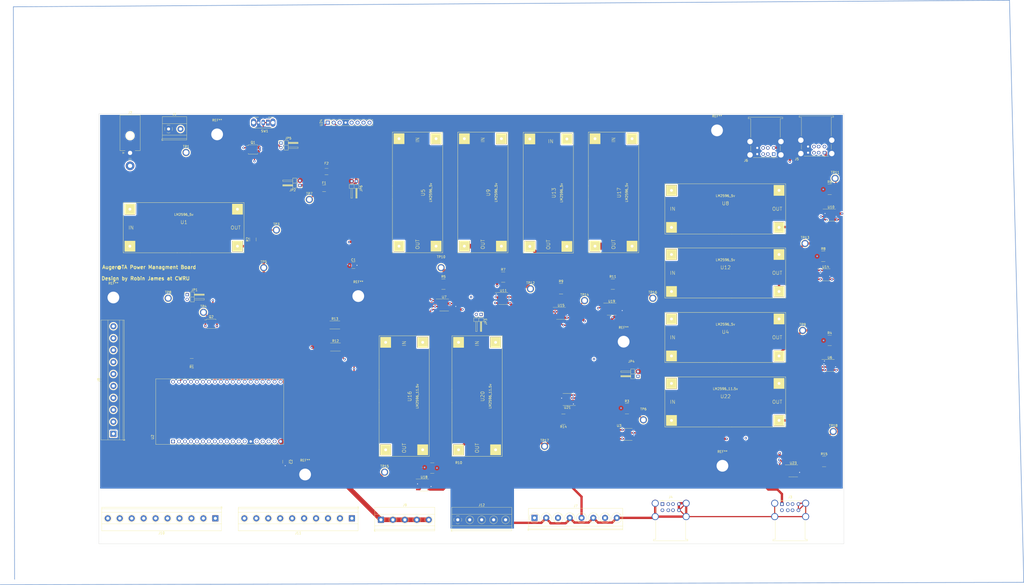
<source format=kicad_pcb>
(kicad_pcb (version 20211014) (generator pcbnew)
  (layers (0 "F.Cu" signal) (1 "In1.Cu" signal) (2 "In2.Cu" signal) (31 "B.Cu" signal) (34 "B.Paste" user) (35 "F.Paste" user) (36 "B.SilkS" user "B.Silkscreen") (37 "F.SilkS" user "F.Silkscreen") (38 "B.Mask" user) (39 "F.Mask" user) (44 "Edge.Cuts" user))
  (net 0 "")
  (net 1 "/power_conversion/pi 5v")
  (net 2 "-BATT")
  (net 3 "Net-(J9-Pad1)")
  (net 4 "Net-(F1-Pad1)")
  (net 5 "Net-(F1-Pad2)")
  (net 6 "/power_conversion/battery+")
  (net 7 "+BATT")
  (net 8 "/power_conversion/N4")
  (net 11 "/power_conversion/N3")
  (net 14 "/power_conversion/N1")
  (net 17 "/power_conversion/N2")
  (net 20 "/power_conversion/netpw")
  (net 23 "/power_conversion/pi3")
  (net 26 "/power_conversion/pi2")
  (net 29 "/power_conversion/pi1")
  (net 33 "/power_conversion/routerp")
  (net 34 "/power_conversion/spare1")
  (net 35 "/power_conversion/spare2")
  (net 36 "Net-(J8-Pad1)")
  (net 37 "Net-(J8-Pad2)")
  (net 38 "Net-(J8-Pad3)")
  (net 39 "Net-(J8-Pad4)")
  (net 40 "Net-(J8-Pad5)")
  (net 41 "Net-(J8-Pad6)")
  (net 42 "Net-(J8-Pad7)")
  (net 43 "Net-(J8-Pad8)")
  (net 44 "Net-(J8-Pad9)")
  (net 45 "Net-(J8-Pad10)")
  (net 46 "Net-(J10-Pad1)")
  (net 47 "Net-(J10-Pad2)")
  (net 48 "Net-(J10-Pad3)")
  (net 49 "Net-(J10-Pad4)")
  (net 50 "Net-(J10-Pad5)")
  (net 51 "Net-(J10-Pad6)")
  (net 52 "Net-(J10-Pad7)")
  (net 53 "Net-(J10-Pad8)")
  (net 54 "Net-(J10-Pad9)")
  (net 55 "Net-(J11-Pad1)")
  (net 56 "Net-(J11-Pad2)")
  (net 57 "Net-(J11-Pad3)")
  (net 58 "Net-(J11-Pad4)")
  (net 59 "Net-(J11-Pad5)")
  (net 60 "Net-(J11-Pad6)")
  (net 61 "Net-(J11-Pad7)")
  (net 62 "Net-(J11-Pad8)")
  (net 63 "Net-(J11-Pad9)")
  (net 64 "Net-(J11-Pad10)")
  (net 65 "Net-(JP1-Pad1)")
  (net 66 "Net-(JP3-Pad1)")
  (net 67 "Net-(JP4-Pad1)")
  (net 68 "Net-(Q1-Pad2)")
  (net 69 "Net-(Q2-Pad2)")
  (net 70 "Net-(R4-Pad2)")
  (net 71 "Net-(R5-Pad2)")
  (net 72 "Net-(R6-Pad2)")
  (net 73 "Net-(R7-Pad2)")
  (net 74 "Net-(R8-Pad2)")
  (net 75 "Net-(R9-Pad2)")
  (net 76 "Net-(R10-Pad2)")
  (net 77 "Net-(R11-Pad2)")
  (net 78 "/power_conversion/SCL")
  (net 79 "/power_conversion/SDA")
  (net 80 "Net-(R14-Pad2)")
  (net 81 "Net-(R15-Pad2)")
  (footprint "Package_SO:SOIC-8_3.9x4.9mm_P1.27mm" (layer "F.Cu") (at 389.472 306.03)
    (fp_text reference "U14")
    (fp_text value "INA219AxD")
  )
  (footprint "TerminalBlock_Phoenix:TerminalBlock_Phoenix_MKDS-1,5-10-5.08_1x10_P5.08mm_Horizontal" (layer "F.Cu") (at 130.048 409.651 180)
    (fp_text reference "J10")
    (fp_text value "Screw_Terminal_01x10")
  )
  (footprint "TestPoint:TestPoint_Plated_Hole_D2.0mm" (layer "F.Cu") (at 312 367.75)
    (fp_text reference "TP6")
    (fp_text value "TestPoint")
  )
  (footprint "Connector_PinHeader_2.00mm:PinHeader_1x02_P2.00mm_Horizontal" (layer "F.Cu") (at 157.936 249.952)
    (fp_text reference "JP5")
    (fp_text value "Jumper_2_Open")
  )
  (footprint "Connector_Molex:Molex_Mega-Fit_76825-0002_2x01_P5.70mm_Horizontal" (layer "F.Cu") (at 93.8 254.175)
    (fp_text reference "J2")
    (fp_text value "76825-0002")
  )
  (footprint "lm2596:DC_DC_LM2596_small" (layer "F.Cu") (at 346.8 278)
    (fp_text reference "U8")
    (fp_text value "LM2596_5v")
  )
  (footprint "TerminalBlock_Phoenix:TerminalBlock_Phoenix_MKDS-1,5-5-5.08_1x05_P5.08mm_Horizontal" (layer "F.Cu") (at 200.439 410.261)
    (fp_text reference "J9")
    (fp_text value "5v block")
  )
  (footprint "Resistor_SMD:R_2816_7142Metric_Pad3.20x4.45mm_HandSolder" (layer "F.Cu") (at 388.808 385.456)
    (fp_text reference "R15")
    (fp_text value "0.1")
  )
  (footprint "TestPoint:TestPoint_Plated_Hole_D2.0mm" (layer "F.Cu") (at 379.708 329.706)
    (fp_text reference "TP9")
    (fp_text value "TestPoint")
  )
  (footprint "Resistor_SMD:R_2816_7142Metric_Pad3.20x4.45mm_HandSolder" (layer "F.Cu") (at 305 363)
    (fp_text reference "R3")
    (fp_text value "0.1")
  )
  (footprint "Package_SO:SOIC-8_3.9x4.9mm_P1.27mm" (layer "F.Cu") (at 305.314 373.922)
    (fp_text reference "U3")
    (fp_text value "INA219AxD")
  )
  (footprint "lm2596:DC_DC_LM2596_small" (layer "F.Cu") (at 243.770666 271 -90)
    (fp_text reference "U9")
    (fp_text value "LM2596_5v")
  )
  (footprint "TestPoint:TestPoint_Plated_Hole_D2.0mm" (layer "F.Cu") (at 264 312)
    (fp_text reference "TP12")
    (fp_text value "TestPoint")
  )
  (footprint "lm2596:DC_DC_LM2596_small" (layer "F.Cu") (at 346.8 305.268)
    (fp_text reference "U12")
    (fp_text value "LM2596_5v")
  )
  (footprint "Resistor_SMD:R_2816_7142Metric_Pad3.20x4.45mm_HandSolder" (layer "F.Cu") (at 252.4 307)
    (fp_text reference "R7")
    (fp_text value "0.1")
  )
  (footprint "Capacitor_SMD:C_1210_3225Metric_Pad1.33x2.70mm_HandSolder" (layer "F.Cu") (at 188.722 302.006)
    (fp_text reference "C1")
    (fp_text value "0.1uF")
  )
  (footprint "Resistor_SMD:R_1210_3225Metric_Pad1.30x2.65mm_HandSolder" (layer "F.Cu") (at 120 343 180)
    (fp_text reference "R1")
    (fp_text value "10k")
  )
  (footprint "lm2596:DC_DC_LM2596_small" (layer "F.Cu") (at 346.8 332.7)
    (fp_text reference "U4")
    (fp_text value "LM2596_5v")
  )
  (footprint "TestPoint:TestPoint_Plated_Hole_D2.0mm" (layer "F.Cu") (at 170 274)
    (fp_text reference "TP7")
    (fp_text value "TestPoint")
  )
  (footprint "TestPoint:TestPoint_Plated_Hole_D2.0mm" (layer "F.Cu") (at 156 287)
    (fp_text reference "TP3")
    (fp_text value "TestPoint")
  )
  (footprint "Resistor_SMD:R_2816_7142Metric_Pad3.20x4.45mm_HandSolder" (layer "F.Cu") (at 227 310)
    (fp_text reference "R5")
    (fp_text value "0.1")
  )
  (footprint "TestPoint:TestPoint_Plated_Hole_D2.0mm" (layer "F.Cu") (at 150.622 303.022)
    (fp_text reference "TP5")
    (fp_text value "TestPoint")
  )
  (footprint "Resistor_SMD:R_1210_3225Metric_Pad1.30x2.65mm_HandSolder" (layer "F.Cu") (at 146 291 90)
    (fp_text reference "R2")
    (fp_text value "10k")
  )
  (footprint "lm2596:DC_DC_LM2596_small" (layer "F.Cu") (at 216 271 -90)
    (fp_text reference "U5")
    (fp_text value "LM2596_5v")
  )
  (footprint "MountingHole:MountingHole_5mm_Pad" (layer "F.Cu") (at 130.8 246.3)
    (fp_text reference "REF**")
    (fp_text value "MountingHole_5mm_Pad")
  )
  (footprint "TestPoint:TestPoint_Plated_Hole_D2.0mm" (layer "F.Cu") (at 316 316)
    (fp_text reference "TP16")
    (fp_text value "TestPoint")
  )
  (footprint "Resistor_SMD:R_2816_7142Metric_Pad3.20x4.45mm_HandSolder" (layer "F.Cu") (at 391.19 269.708)
    (fp_text reference "R6")
    (fp_text value "0.1")
  )
  (footprint "lm2596:DC_DC_LM2596_small" (layer "F.Cu") (at 241.3 357.632 -90)
    (fp_text reference "U20")
    (fp_text value "LM2596_11.5v")
  )
  (footprint "Package_SO:SOIC-8_3.9x4.9mm_P1.27mm" (layer "F.Cu") (at 391.758 280.63)
    (fp_text reference "U10")
    (fp_text value "INA219AxD")
  )
  (footprint "Connector_PinHeader_2.00mm:PinHeader_1x02_P2.00mm_Horizontal" (layer "F.Cu") (at 190 266.208 -90)
    (fp_text reference "JP6")
    (fp_text value "Jumper_2_Open")
  )
  (footprint "TestPoint:TestPoint_Plated_Hole_D2.0mm" (layer "F.Cu") (at 202 390)
    (fp_text reference "TP15")
    (fp_text value "TestPoint")
  )
  (footprint "TestPoint:TestPoint_Plated_Hole_D2.0mm" (layer "F.Cu") (at 117.602 254)
    (fp_text reference "TP1")
    (fp_text value "TestPoint")
  )
  (footprint "lm2596:DC_DC_LM2596_small" (layer "F.Cu") (at 271.6 271.1 -90)
    (fp_text reference "U13")
    (fp_text value "LM2596_5v")
  )
  (footprint "Package_SO:SOIC-8_3.9x4.9mm_P1.27mm" (layer "F.Cu") (at 277 322.414)
    (fp_text reference "U15")
    (fp_text value "INA219AxD")
  )
  (footprint "TerminalBlock_Phoenix:TerminalBlock_Phoenix_MKDS-1,5-10-5.08_1x10_P5.08mm_Horizontal" (layer "F.Cu") (at 86.705 373.66 90)
    (fp_text reference "J8")
    (fp_text value "Screw_Terminal_01x10")
  )
  (footprint "Package_SO:SOIC-8_3.9x4.9mm_P1.27mm" (layer "F.Cu") (at 227.314 318.89)
    (fp_text reference "U7")
    (fp_text value "INA219AxD")
  )
  (footprint "TerminalBlock_Phoenix:TerminalBlock_Phoenix_MKDS-1,5-2-5.08_1x02_P5.08mm_Horizontal" (layer "F.Cu") (at 110.155 244.005)
    (fp_text reference "J1")
    (fp_text value "Screw_Terminal_01x02")
  )
  (footprint "TestPoint:TestPoint_Plated_Hole_D2.0mm" (layer "F.Cu") (at 270 379)
    (fp_text reference "TP17")
    (fp_text value "TestPoint")
  )
  (footprint "Resistor_SMD:R_2816_7142Metric_Pad3.20x4.45mm_HandSolder" (layer "F.Cu") (at 391.19 333.97)
    (fp_text reference "R4")
    (fp_text value "0.1")
  )
  (footprint "TestPoint:TestPoint_Plated_Hole_D2.0mm" (layer "F.Cu") (at 380.708 292.706)
    (fp_text reference "TP13")
    (fp_text value "TestPoint")
  )
  (footprint "Package_DirectFET:DirectFET_ST" (layer "F.Cu") (at 128.27 326.898)
    (fp_text reference "Q2")
    (fp_text value "IRF6623")
  )
  (footprint "MountingHole:MountingHole_5mm_Pad" (layer "F.Cu") (at 190.8 315.1)
    (fp_text reference "REF**")
    (fp_text value "MountingHole_5mm_Pad")
  )
  (footprint "Resistor_SMD:R_2816_7142Metric_Pad3.20x4.45mm_HandSolder" (layer "F.Cu") (at 222.25 388.25 180)
    (fp_text reference "R10")
    (fp_text value "0.1")
  )
  (footprint "Capacitor_SMD:C_1210_3225Metric_Pad1.33x2.70mm_HandSolder" (layer "F.Cu") (at 160 385.5625 -90)
    (fp_text reference "C2")
    (fp_text value "0.1")
  )
  (footprint "Connector_USB:USB_A_Wuerth_61400826021_Horizontal_Stacked" (layer "F.Cu") (at 367.4 254.68 180)
    (fp_text reference "J6")
    (fp_text value "USB_A_Stacked")
  )
  (footprint "Connector_PinHeader_2.00mm:PinHeader_1x02_P2.00mm_Horizontal" (layer "F.Cu") (at 243 322.9 -90)
    (fp_text reference "JP3")
    (fp_text value "Jumper_2_Open")
  )
  (footprint "lm2596:DC_DC_LM2596_small" (layer "F.Cu") (at 299.312 271 -90)
    (fp_text reference "U17")
    (fp_text value "LM2596_5v")
  )
  (footprint "Package_SO:SOIC-8_3.9x4.9mm_P1.27mm" (layer "F.Cu") (at 218.75 395.5)
    (fp_text reference "U18")
    (fp_text value "INA219AxD")
  )
  (footprint "Resistor_SMD:R_2512_6332Metric_Pad1.40x3.35mm_HandSolder" (layer "F.Cu") (at 180.846 327.406)
    (fp_text reference "R13")
    (fp_text value "3.3K")
  )
  (footprint "MountingHole:MountingHole_5mm_Pad" (layer "F.Cu") (at 168.2 391)
    (fp_text reference "REF**")
    (fp_text value "MountingHole_5mm_Pad")
  )
  (footprint "Connector_USB:USB_A_Wuerth_61400826021_Horizontal_Stacked" (layer "F.Cu") (at 370.896 403.584)
    (fp_text reference "J3")
    (fp_text value "USB_A_Stacked")
  )
  (footprint "Resistor_SMD:R_2816_7142Metric_Pad3.20x4.45mm_HandSolder" (layer "F.Cu") (at 388.456 298.156)
    (fp_text reference "R8")
    (fp_text value "0.1")
  )
  (footprint "Package_SO:SOIC-8_3.9x4.9mm_P1.27mm" (layer "F.Cu") (at 298.492 320.668)
    (fp_text reference "U19")
    (fp_text value "INA219AxD")
  )
  (footprint "Resistor_SMD:R_2816_7142Metric_Pad3.20x4.45mm_HandSolder" (layer "F.Cu") (at 278 367.5 180)
    (fp_text reference "R14")
    (fp_text value "0.1")
  )
  (footprint "Package_SO:SOIC-8_3.9x4.9mm_P1.27mm" (layer "F.Cu") (at 391.25 344.638)
    (fp_text reference "U6")
    (fp_text value "INA219AxD")
  )
  (footprint "Connector_USB:USB_A_Wuerth_61400826021_Horizontal_Stacked" (layer "F.Cu") (at 389 254.098 180)
    (fp_text reference "J5")
    (fp_text value "USB_A_Stacked")
  )
  (footprint "Button_Switch_THT:SW_CuK_OS102011MA1QN1_SPDT_Angled" (layer "F.Cu") (at 152.4 241.3 180)
    (fp_text reference "SW1")
    (fp_text value "SW_SPDT")
  )
  (footprint "TestPoint:TestPoint_Plated_Hole_D2.0mm" (layer "F.Cu") (at 392.708 372.706)
    (fp_text reference "TP18")
    (fp_text value "TestPoint")
  )
  (footprint "Connector_PinHeader_2.00mm:PinHeader_1x02_P2.00mm_Horizontal" (layer "F.Cu") (at 309.7 349.2 180)
    (fp_text reference "JP4")
    (fp_text value "Jumper_2_Open")
  )
  (footprint "Resistor_SMD:R_2512_6332Metric_Pad1.40x3.35mm_HandSolder" (layer "F.Cu") (at 181.102 336.804)
    (fp_text reference "R12")
    (fp_text value "3.3K")
  )
  (footprint "Package_SO:SOIC-8_3.9x4.9mm_P1.27mm" (layer "F.Cu") (at 252.46 316.144)
    (fp_text reference "U11")
    (fp_text value "INA219AxD")
  )
  (footprint "MountingHole:MountingHole_5mm_Pad" (layer "F.Cu") (at 345.6 387.3)
    (fp_text reference "REF**")
    (fp_text value "MountingHole_5mm_Pad")
  )
  (footprint "Connector_PinSocket_2.54mm:PinSocket_1x08_P2.54mm_Vertical" (layer "F.Cu") (at 177.8 241.3 90)
    (fp_text reference "U24")
    (fp_text value "MCP9808_MSOP")
  )
  (footprint "TerminalBlock_Phoenix:TerminalBlock_Phoenix_MKDS-1,5-5-5.08_1x05_P5.08mm_Horizontal" (layer "F.Cu") (at 233.0945 410.261)
    (fp_text reference "J12")
    (fp_text value "gnd block")
  )
  (footprint "Resistor_SMD:R_1210_3225Metric_Pad1.30x2.65mm_HandSolder" (layer "F.Cu") (at 176.276 269.24)
    (fp_text reference "F1")
    (fp_text value "1210L900SLPR")
  )
  (footprint "MountingHole:MountingHole_5mm_Pad" (layer "F.Cu") (at 343.3 244.6)
    (fp_text reference "REF**")
    (fp_text value "MountingHole_5mm_Pad")
  )
  (footprint "libary:MODULE_ESP32-DEVKITC-32D" (layer "F.Cu") (at 131.826 364.236 90)
    (fp_text reference "U2")
    (fp_text value "ESP32-DEVKITC-32D")
  )
  (footprint "Resistor_SMD:R_2816_7142Metric_Pad3.20x4.45mm_HandSolder" (layer "F.Cu") (at 277 312)
    (fp_text reference "R9")
    (fp_text value "0.1")
  )
  (footprint "MountingHole:MountingHole_5mm_Pad" (layer "F.Cu") (at 303.6 334.5)
    (fp_text reference "REF**")
    (fp_text value "MountingHole_5mm_Pad")
  )
  (footprint "Package_DirectFET:DirectFET_ST" (layer "F.Cu") (at 146.05 252.73)
    (fp_text reference "Q1")
    (fp_text value "IRF6623")
  )
  (footprint "Resistor_SMD:R_1210_3225Metric_Pad1.30x2.65mm_HandSolder" (layer "F.Cu") (at 177.292 262.128)
    (fp_text reference "F2")
    (fp_text value "1210L900SLPR")
  )
  (footprint "Connector_PinHeader_2.00mm:PinHeader_1x02_P2.00mm_Horizontal" (layer "F.Cu") (at 166 268 180)
    (fp_text reference "JP2")
    (fp_text value "Jumper_2_Open")
  )
  (footprint "Package_SO:SOIC-8_3.9x4.9mm_P1.27mm" (layer "F.Cu") (at 279.718 359.118 180)
    (fp_text reference "U21")
    (fp_text value "INA219AxD")
  )
  (footprint "lm2596:DC_DC_LM2596_small" (layer "F.Cu") (at 346.8 360.132)
    (fp_text reference "U22")
    (fp_text value "LM2596_11.5v")
  )
  (footprint "MountingHole:MountingHole_5mm_Pad" (layer "F.Cu") (at 86.7 315.7)
    (fp_text reference "REF**")
    (fp_text value "MountingHole_5mm_Pad")
  )
  (footprint "TestPoint:TestPoint_Plated_Hole_D2.0mm" (layer "F.Cu") (at 226 303)
    (fp_text reference "TP10")
    (fp_text value "TestPoint")
  )
  (footprint "Connector_USB:USB_A_Wuerth_61400826021_Horizontal_Stacked" (layer "F.Cu") (at 320.096 403.584)
    (fp_text reference "J4")
    (fp_text value "USB_A_Stacked")
  )
  (footprint "Resistor_SMD:R_2816_7142Metric_Pad3.20x4.45mm_HandSolder" (layer "F.Cu") (at 299 310)
    (fp_text reference "R11")
    (fp_text value "0.1")
  )
  (footprint "TerminalBlock_Phoenix:TerminalBlock_Phoenix_MKDS-1,5-10-5.08_1x10_P5.08mm_Horizontal" (layer "F.Cu") (at 188.1035 409.651 180)
    (fp_text reference "J11")
    (fp_text value "Screw_Terminal_01x10")
  )
  (footprint "lm2596:DC_DC_LM2596_small" (layer "F.Cu") (at 210.312 357.632 -90)
    (fp_text reference "U16")
    (fp_text value "LM2596_11.5v")
  )
  (footprint "TestPoint:TestPoint_Plated_Hole_D2.0mm" (layer "F.Cu") (at 110 316)
    (fp_text reference "TP8")
    (fp_text value "TestPoint")
  )
  (footprint "Connector_PinHeader_2.00mm:PinHeader_1x02_P2.00mm_Horizontal" (layer "F.Cu") (at 118.058 314.468)
    (fp_text reference "JP1")
    (fp_text value "Jumper_2_Open")
  )
  (footprint "lm2596:DC_DC_LM2596_small" (layer "F.Cu") (at 116.586 286.004)
    (fp_text reference "U1")
    (fp_text value "LM2596_5v")
  )
  (footprint "TestPoint:TestPoint_Plated_Hole_D2.0mm" (layer "F.Cu") (at 287 317)
    (fp_text reference "TP14")
    (fp_text value "TestPoint")
  )
  (footprint "TestPoint:TestPoint_Plated_Hole_D2.0mm" (layer "F.Cu") (at 125 322)
    (fp_text reference "TP4")
    (fp_text value "TestPoint")
  )
  (footprint "TestPoint:TestPoint_Plated_Hole_D2.0mm" (layer "F.Cu") (at 393.5 265)
    (fp_text reference "TP11")
    (fp_text value "TestPoint")
  )
  (footprint "TerminalBlock_Phoenix:TerminalBlock_Phoenix_PT-1,5-8-5.0-H_1x08_P5.00mm_Horizontal" (layer "F.Cu") (at 265.71 409.456)
    (fp_text reference "J7")
    (fp_text value "Screw_Terminal_01x08")
  )
  (footprint "Package_SO:SOIC-8_3.9x4.9mm_P1.27mm" (layer "F.Cu") (at 375.7 389.5)
    (fp_text reference "U23")
    (fp_text value "INA219AxD")
  )
  (gr_line (start 473.71 436.88) (end 467.614 189.23) (layer "B.Cu") (width 0.2))
  (gr_line (start 467.614 189.23) (end 44.196 192.024) (layer "B.Cu") (width 0.2))
  (gr_line (start 44.196 192.024) (end 44.704 435.61) (layer "B.Cu") (width 0.2))
  (gr_line (start 38.608 437.896) (end 473.71 436.88) (layer "B.Cu") (width 0.2))
  (gr_rect (start 80.55 420.5) (end 397.25 237.5) (layer "Edge.Cuts") (width 0.1) (fill none))
  (gr_text "Design by Robin James at CWRU\n" (at 100.4 307.6) (layer "F.SilkS") (effects (font (size 1.5 1.5) (thickness 0.3))))
  (gr_text "Auger@TA Power Managment Board" (at 101.9 302.8) (layer "F.SilkS") (effects (font (size 1.5 1.5) (thickness 0.3))))
  (segment (start 177.796 327.406) (end 177.796 336.548) (width 1.5) (layer "F.Cu") (net 1))
  (segment (start 302.839 373.287) (end 303.745402 373.287) (width 0.5) (layer "F.Cu") (net 1))
  (segment (start 392.55848 280.80648) (end 392.55848 281.766882) (width 1) (layer "F.Cu") (net 1))
  (segment (start 370.789402 383.297) (end 373.329402 385.837) (width 1) (layer "F.Cu") (net 1))
  (segment (start 373.225 388.865) (end 374.728598 388.865) (width 1) (layer "F.Cu") (net 1))
  (segment (start 177.796 327.406) (end 177.796 311.3695) (width 1.5) (layer "F.Cu") (net 1))
  (segment (start 298.5 378) (end 305.616 378) (width 1) (layer "F.Cu") (net 1))
  (segment (start 215.497974 318.255) (end 189.242974 292) (width 1) (layer "F.Cu") (net 1))
  (segment (start 224.839 318.255) (end 226.665 318.255) (width 1) (layer "F.Cu") (net 1))
  (segment (start 369.883 383.297) (end 370.789402 383.297) (width 1) (layer "F.Cu") (net 1))
  (segment (start 226.21 318.46) (end 228.75 321) (width 1) (layer "F.Cu") (net 1))
  (segment (start 274.525 320.509) (end 275.431402 320.509) (width 1) (layer "F.Cu") (net 1))
  (segment (start 277.243 357.213) (end 278.149402 357.213) (width 1) (layer "F.Cu") (net 1))
  (segment (start 229.5 394.75) (end 226.845 397.405) (width 1) (layer "F.Cu") (net 1))
  (segment (start 224.839 318.255) (end 215.497974 318.255) (width 1) (layer "F.Cu") (net 1))
  (segment (start 278.568598 324.319) (end 279.475 324.319) (width 1) (layer "F.Cu") (net 1))
  (segment (start 298.25 365.251598) (end 298.25 377.75) (width 1) (layer "F.Cu") (net 1))
  (segment (start 289.997 359.753) (end 292 361.756) (width 1) (layer "F.Cu") (net 1))
  (segment (start 277.243 357.213) (end 277.243 346.297) (width 1) (layer "F.Cu") (net 1))
  (segment (start 226.845 397.405) (end 221.225 397.405) (width 1) (layer "F.Cu") (net 1))
  (segment (start 177.796 311.3695) (end 187.08275 302.08275) (width 1.5) (layer "F.Cu") (net 1))
  (segment (start 369.883 383.297) (end 369.883 382.031) (width 1) (layer "F.Cu") (net 1))
  (segment (start 171.196 336.804) (end 171 337) (width 0.5) (layer "F.Cu") (net 1))
  (segment (start 282.193 359.753) (end 289.997 359.753) (width 1) (layer "F.Cu") (net 1))
  (segment (start 373.225 387.595) (end 373.225 385.941402) (width 1) (layer "F.Cu") (net 1))
  (segment (start 393.326598 282.535) (end 394.233 282.535) (width 1) (layer "F.Cu") (net 1))
  (segment (start 229.5 364) (end 229.5 394.75) (width 1) (layer "F.Cu") (net 1))
  (segment (start 229.789 320.795) (end 235.095 320.795) (width 1) (layer "F.Cu") (net 1))
  (segment (start 294.754402 361.756) (end 298.25 365.251598) (width 1) (layer "F.Cu") (net 1))
  (segment (start 292 361.756) (end 294.754402 361.756) (width 1) (layer "F.Cu") (net 1))
  (segment (start 236.287 357.213) (end 229.5 364) (width 1) (layer "F.Cu") (net 1))
  (segment (start 257.509 320.509) (end 255.25 318.25) (width 1) (layer "F.Cu") (net 1))
  (segment (start 274.525 320.509) (end 257.509 320.509) (width 1) (layer "F.Cu") (net 1))
  (segment (start 392.55848 281.766882) (end 393.326598 282.535) (width 1) (layer "F.Cu") (net 1))
  (segment (start 390.477 278.725) (end 392.55848 280.80648) (width 1) (layer "F.Cu") (net 1))
  (segment (start 277.80048 322.878078) (end 277.80048 323.550882) (width 1) (layer "F.Cu") (net 1))
  (segment (start 277.243 346.297) (end 300.967 322.573) (width 1) (layer "F.Cu") (net 1))
  (segment (start 187.08275 302.08275) (end 187.1595 302.006) (width 0.5) (layer "F.Cu") (net 1))
  (segment (start 369.883 382.031) (end 369.958 381.956) (width 1) (layer "F.Cu") (net 1))
  (segment (start 275.431402 320.509) (end 277.80048 322.878078) (width 1) (layer "F.Cu") (net 1))
  (segment (start 277.80048 323.550882) (end 278.568598 324.319) (width 1) (layer "F.Cu") (net 1))
  (segment (start 373.225 388.865) (end 373.225 387.595) (width 1) (layer "F.Cu") (net 1))
  (segment (start 278.149402 357.213) (end 280.689402 359.753) (width 1) (layer "F.Cu") (net 1))
  (segment (start 229.205 320.795) (end 229.789 320.795) (width 0.5) (layer "F.Cu") (net 1))
  (segment (start 374.728598 388.865) (end 377.268598 391.405) (width 1) (layer "F.Cu") (net 1))
  (segment (start 373.225 385.941402) (end 373.329402 385.837) (width 1) (layer "F.Cu") (net 1))
  (segment (start 187 292) (end 186.875489 292.124511) (width 0.5) (layer "F.Cu") (net 1))
  (segment (start 277.243 357.213) (end 236.287 357.213) (width 1) (layer "F.Cu") (net 1))
  (segment (start 377.268598 391.405) (end 378.175 391.405) (width 1) (layer "F.Cu") (net 1))
  (segment (start 177.796 336.548) (end 178.052 336.804) (width 0.5) (layer "F.Cu") (net 1))
  (segment (start 280.689402 359.753) (end 282.193 359.753) (width 1) (layer "F.Cu") (net 1))
  (segment (start 303.745402 373.287) (end 305.616 375.157598) (width 0.5) (layer "F.Cu") (net 1))
  (segment (start 305.616 378) (end 307.789 375.827) (width 1) (layer "F.Cu") (net 1))
  (segment (start 298.25 377.75) (end 298.5 378) (width 1) (layer "F.Cu") (net 1))
  (segment (start 389.283 278.725) (end 390.477 278.725) (width 1) (layer "F.Cu") (net 1))
  (segment (start 307.789 375.827) (end 347.373 375.827) (width 1) (layer "F.Cu") (net 1))
  (segment (start 305.616 375.157598) (end 305.616 378) (width 0.5) (layer "F.Cu") (net 1))
  (segment (start 189.242974 292) (end 187 292) (width 1) (layer "F.Cu") (net 1))
  (segment (start 178.052 336.804) (end 171.196 336.804) (width 1.5) (layer "F.Cu") (net 1))
  (via (at 298.9 324.2) (size 1) (drill 0.4) (layers "F.Cu" "B.Cu") (net 1))
  (via (at 171 337) (size 1) (drill 0.4) (layers "F.Cu" "B.Cu") (net 1))
  (via (at 393.958 346.706) (size 1) (drill 0.4) (layers "F.Cu" "B.Cu") (net 1))
  (via (at 355.535 375.533) (size 1) (drill 0.4) (layers "F.Cu" "B.Cu") (net 1))
  (via (at 369.958 381.956) (size 1) (drill 0.4) (layers "F.Cu" "B.Cu") (net 1))
  (via (at 347.373 375.827) (size 1) (drill 0.4) (layers "F.Cu" "B.Cu") (net 1))
  (via (at 186.875489 292.124511) (size 1) (drill 0.4) (layers "F.Cu" "B.Cu") (net 1))
  (via (at 279.475 324.319) (size 1) (drill 0.4) (layers "F.Cu" "B.Cu") (net 1))
  (via (at 394.208 282.706) (size 1) (drill 0.4) (layers "F.Cu" "B.Cu") (net 1))
  (via (at 392.083 308.081) (size 1) (drill 0.4) (layers "F.Cu" "B.Cu") (net 1))
  (via (at 187.08275 302.08275) (size 1) (drill 0.4) (layers "F.Cu" "B.Cu") (net 1))
  (via (at 255.25 318.25) (size 1) (drill 0.4) (layers "F.Cu" "B.Cu") (net 1))
  (via (at 235.095 320.795) (size 1) (drill 0.4) (layers "F.Cu" "B.Cu") (net 1))
  (segment (start 327.096 403.584) (end 327.096 406.204) (width 1) (layer "F.Cu") (net 2))
  (segment (start 303 321.25) (end 301.02 321.25) (width 0.5) (layer "F.Cu") (net 2))
  (segment (start 317.026 408.914) (end 330.166 408.914) (width 1) (layer "F.Cu") (net 2))
  (segment (start 288.710489 411.455511) (end 290.71 409.456) (width 1) (layer "F.Cu") (net 2))
  (segment (start 268.605 411.561) (end 270.71 409.456) (width 1) (layer "F.Cu") (net 2))
  (segment (start 377.896 403.584) (end 377.896 406.204) (width 0.5) (layer "F.Cu") (net 2))
  (segment (start 229.789 319.525) (end 232.25 319.5) (width 1) (layer "F.Cu") (net 2))
  (segment (start 391.656 306.956) (end 391.947 306.665) (width 0.5) (layer "F.Cu") (net 2))
  (segment (start 300.71 409.456) (end 316.484 409.456) (width 1) (layer "F.Cu") (net 2))
  (segment (start 327.096 406.204) (end 327.196 406.204) (width 0.5) (layer "F.Cu") (net 2))
  (segment (start 280.71 409.456) (end 282.709511 411.455511) (width 1) (layer "F.Cu") (net 2))
  (segment (start 272.459511 411.75) (end 278.960489 411.75) (width 1) (layer "F.Cu") (net 2))
  (segment (start 327.196 406.204) (end 330.166 403.234) (width 0.5) (layer "F.Cu") (net 2))
  (segment (start 391.208 306.956) (end 391.656 306.956) (width 0.5) (layer "F.Cu") (net 2))
  (segment (start 330.166 408.914) (end 330.166 403.234) (width 1) (layer "F.Cu") (net 2))
  (segment (start 378.246 403.234) (end 380.966 403.234) (width 0.5) (layer "F.Cu") (net 2))
  (segment (start 279.25 411.5) (end 280.999511 409.750489) (width 1) (layer "F.Cu") (net 2))
  (segment (start 378.246 403.234) (end 377.896 403.584) (width 0.5) (layer "F.Cu") (net 2))
  (segment (start 367.826 408.914) (end 367.826 403.234) (width 0.5) (layer "F.Cu") (net 2))
  (segment (start 290.71 409.456) (end 292.709511 411.455511) (width 1) (layer "F.Cu") (net 2))
  (segment (start 327.446 403.234) (end 327.096 403.584) (width 1) (layer "F.Cu") (net 2))
  (segment (start 316.484 409.456) (end 317.026 408.914) (width 1) (layer "F.Cu") (net 2))
  (segment (start 380.966 408.914) (end 380.966 403.234) (width 0.5) (layer "F.Cu") (net 2))
  (segment (start 317.026 408.914) (end 317.026 403.234) (width 1) (layer "F.Cu") (net 2))
  (segment (start 298.710489 411.455511) (end 300.71 409.456) (width 1) (layer "F.Cu") (net 2))
  (segment (start 330.166 403.234) (end 327.446 403.234) (width 1) (layer "F.Cu") (net 2))
  (segment (start 327.096 406.204) (end 327.456 406.204) (width 0.5) (layer "F.Cu") (net 2))
  (segment (start 367.826 408.914) (end 380.966 408.914) (width 0.5) (layer "F.Cu") (net 2))
  (segment (start 254.7145 411.561) (end 268.605 411.561) (width 1) (layer "F.Cu") (net 2))
  (segment (start 330.166 408.914) (end 367.826 408.914) (width 0.5) (layer "F.Cu") (net 2))
  (segment (start 301.02 321.25) (end 300.967 321.303) (width 0.5) (layer "F.Cu") (net 2))
  (segment (start 292.709511 411.455511) (end 298.710489 411.455511) (width 1) (layer "F.Cu") (net 2))
  (segment (start 380.866 403.234) (end 377.896 406.204) (width 0.5) (layer "F.Cu") (net 2))
  (segment (start 253.4145 410.261) (end 254.7145 411.561) (width 1) (layer "F.Cu") (net 2))
  (segment (start 270.71 409.750489) (end 272.459511 411.5) (width 1) (layer "F.Cu") (net 2))
  (segment (start 327.456 406.204) (end 330.166 408.914) (width 0.5) (layer "F.Cu") (net 2))
  (segment (start 282.709511 411.455511) (end 288.710489 411.455511) (width 1) (layer "F.Cu") (net 2))
  (via (at 393.708 345.206) (size 1) (drill 0.4) (layers "F.Cu" "B.Cu") (net 2))
  (via (at 249.5 314.25) (size 1) (drill 0.4) (layers "F.Cu" "B.Cu") (net 2))
  (via (at 279.75 323) (size 1) (drill 0.4) (layers "F.Cu" "B.Cu") (net 2))
  (via (at 216 395) (size 1) (drill 0.4) (layers "F.Cu" "B.Cu") (net 2))
  (via (at 391.208 306.706) (size 1) (drill 0.4) (layers "F.Cu" "B.Cu") (net 2))
  (via (at 303 321.25) (size 1) (drill 0.4) (layers "F.Cu" "B.Cu") (net 2))
  (via (at 393.958 281.206) (size 1) (drill 0.4) (layers "F.Cu" "B.Cu") (net 2))
  (via (at 389.208 279.956) (size 1) (drill 0.4) (layers "F.Cu" "B.Cu") (net 2))
  (via (at 159.75 387.25) (size 1) (drill 0.4) (layers "F.Cu" "B.Cu") (net 2))
  (via (at 388.958 342.706) (size 1) (drill 0.4) (layers "F.Cu" "B.Cu") (net 2))
  (via (at 388.708 343.956) (size 1) (drill 0.4) (layers "F.Cu" "B.Cu") (net 2))
  (via (at 254.75 316.75) (size 1) (drill 0.4) (layers "F.Cu" "B.Cu") (net 2))
  (via (at 387.208 305.456) (size 1) (drill 0.4) (layers "F.Cu" "B.Cu") (net 2))
  (via (at 282.25 361) (size 1) (drill 0.4) (layers "F.Cu" "B.Cu") (net 2))
  (via (at 277.25 358.5) (size 1) (drill 0.4) (layers "F.Cu" "B.Cu") (net 2))
  (via (at 190.25 302) (size 1) (drill 0.4) (layers "F.Cu" "B.Cu") (net 2))
  (via (at 308 374.5) (size 1) (drill 0.4) (layers "F.Cu" "B.Cu") (net 2))
  (via (at 232.25 319.5) (size 1) (drill 0.4) (layers "F.Cu" "B.Cu") (net 2))
  (via (at 378.4 390.1) (size 1) (drill 0.4) (layers "F.Cu" "B.Cu") (net 2))
  (via (at 221.75 396.1) (size 1) (drill 0.4) (layers "F.Cu" "B.Cu") (net 2))
  (segment (start 359.936 251.948) (end 357.226 249.238) (width 0.5) (layer "B.Cu") (net 2))
  (segment (start 378.856 254.918) (end 379.438 254.336) (width 0.5) (layer "B.Cu") (net 2))
  (segment (start 382.158 254.336) (end 382.508 253.986) (width 0.5) (layer "B.Cu") (net 2))
  (segment (start 370.366 249.238) (end 357.226 249.238) (width 0.5) (layer "B.Cu") (net 2))
  (segment (start 382.508 253.986) (end 382.508 251.366) (width 0.5) (layer "B.Cu") (net 2))
  (segment (start 379.438 254.336) (end 379.438 248.656) (width 0.5) (layer "B.Cu") (net 2))
  (segment (start 357.226 254.918) (end 359.946 254.918) (width 0.5) (layer "B.Cu") (net 2))
  (segment (start 370.366 249.238) (end 370.366 254.918) (width 0.5) (layer "B.Cu") (net 2))
  (segment (start 357.226 249.238) (end 357.226 254.918) (width 0.5) (layer "B.Cu") (net 2))
  (segment (start 379.438 248.656) (end 392.578 248.656) (width 0.5) (layer "B.Cu") (net 2))
  (segment (start 382.148 251.366) (end 379.438 248.656) (width 0.5) (layer "B.Cu") (net 2))
  (segment (start 392.578 248.656) (end 392.578 254.336) (width 0.5) (layer "B.Cu") (net 2))
  (segment (start 370.948 248.656) (end 370.366 249.238) (width 0.5) (layer "B.Cu") (net 2))
  (segment (start 379.438 248.656) (end 370.948 248.656) (width 0.5) (layer "B.Cu") (net 2))
  (segment (start 360.296 251.948) (end 360.296 254.568) (width 0.5) (layer "B.Cu") (net 2))
  (segment (start 360.296 251.948) (end 359.936 251.948) (width 0.5) (layer "B.Cu") (net 2))
  (segment (start 370.366 254.918) (end 378.856 254.918) (width 1) (layer "B.Cu") (net 2))
  (segment (start 359.946 254.918) (end 360.296 254.568) (width 0.5) (layer "B.Cu") (net 2))
  (segment (start 379.438 254.336) (end 382.158 254.336) (width 0.5) (layer "B.Cu") (net 2))
  (segment (start 382.508 251.366) (end 382.148 251.366) (width 0.5) (layer "B.Cu") (net 2))
  (segment (start 173.678 383.5) (end 200.439 410.261) (width 2) (layer "F.Cu") (net 3))
  (segment (start 200.439 410.261) (end 205.519 410.261) (width 2) (layer "F.Cu") (net 3))
  (segment (start 121.55 343) (end 128.616489 350.066489) (width 1) (layer "F.Cu") (net 3))
  (segment (start 160 383.5) (end 173.678 383.5) (width 2) (layer "F.Cu") (net 3))
  (segment (start 128.626489 350.056489) (end 159.056489 350.056489) (width 1) (layer "F.Cu") (net 3))
  (segment (start 159.056489 350.056489) (end 159.265511 350.265511) (width 1) (layer "F.Cu") (net 3))
  (segment (start 150.622 297.172) (end 146 292.55) (width 1) (layer "F.Cu") (net 3))
  (segment (start 121.55 343) (end 150.622 313.928) (width 1) (layer "F.Cu") (net 3))
  (segment (start 160 383.5) (end 160 384) (width 1) (layer "F.Cu") (net 3))
  (segment (start 128.616489 350.066489) (end 128.626489 350.056489) (width 1) (layer "F.Cu") (net 3))
  (segment (start 146 292.55) (end 144.672 293.878) (width 1) (layer "F.Cu") (net 3))
  (segment (start 160 379.15) (end 160 383.5) (width 2) (layer "F.Cu") (net 3))
  (segment (start 205.519 410.261) (end 220.759 410.261) (width 2) (layer "F.Cu") (net 3))
  (segment (start 159.265511 375.456489) (end 157.786 376.936) (width 1) (layer "F.Cu") (net 3))
  (segment (start 157.786 376.936) (end 160 379.15) (width 2) (layer "F.Cu") (net 3))
  (segment (start 150.622 303.022) (end 150.622 297.172) (width 1) (layer "F.Cu") (net 3))
  (segment (start 144.672 293.878) (end 139.446 293.878) (width 1) (layer "F.Cu") (net 3))
  (segment (start 150.622 313.928) (end 150.622 303.022) (width 1) (layer "F.Cu") (net 3))
  (segment (start 159.265511 350.265511) (end 159.265511 375.456489) (width 1) (layer "F.Cu") (net 3))
  (segment (start 174.726 269.274) (end 170 274) (width 0.5) (layer "F.Cu") (net 4))
  (segment (start 166 268) (end 173.486 268) (width 1) (layer "F.Cu") (net 4))
  (segment (start 173.486 268) (end 174.726 269.24) (width 1) (layer "F.Cu") (net 4))
  (segment (start 190 265.033) (end 190 266.611484) (width 1) (layer "F.Cu") (net 5))
  (segment (start 307.6 363) (end 307.6 363.35) (width 0.5) (layer "F.Cu") (net 5))
  (segment (start 187.371484 269.24) (end 177.826 269.24) (width 1) (layer "F.Cu") (net 5))
  (segment (start 316.7 353.9) (end 307.6 363) (width 2) (layer "F.Cu") (net 5))
  (segment (start 316.7 353.9) (end 316.7 352.450978) (width 2) (layer "F.Cu") (net 5))
  (segment (start 187.095 262.128) (end 178.842 262.128) (width 1) (layer "F.Cu") (net 5))
  (segment (start 190 265.033) (end 187.095 262.128) (width 1) (layer "F.Cu") (net 5))
  (segment (start 307.6 363.35) (end 312 367.75) (width 0.5) (layer "F.Cu") (net 5))
  (segment (start 316.7 352.450978) (end 311.449022 347.2) (width 2) (layer "F.Cu") (net 5))
  (segment (start 307.6 363) (end 307.6 371.65) (width 0.5) (layer "F.Cu") (net 5))
  (segment (start 311.449022 347.2) (end 309.7 347.2) (width 2) (layer "F.Cu") (net 5))
  (segment (start 190 266.611484) (end 187.371484 269.24) (width 1) (layer "F.Cu") (net 5))
  (segment (start 169.872 262.128) (end 166 266) (width 2) (layer "F.Cu") (net 6))
  (segment (start 129 326.378) (end 129 317) (width 0.5) (layer "F.Cu") (net 6))
  (segment (start 173.128 262.128) (end 169.872 262.128) (width 2) (layer "F.Cu") (net 6))
  (segment (start 128.895 326.483) (end 129 326.378) (width 0.5) (layer "F.Cu") (net 6))
  (segment (start 177.208 266.208) (end 173.128 262.128) (width 2) (layer "F.Cu") (net 6))
  (segment (start 128.895 327.313) (end 128.895 326.483) (width 0.5) (layer "F.Cu") (net 6))
  (segment (start 188 266.208) (end 177.208 266.208) (width 2) (layer "F.Cu") (net 6))
  (segment (start 175.742 262.128) (end 173.128 262.128) (width 2) (layer "F.Cu") (net 6))
  (via (at 129 317) (size 1) (drill 0.4) (layers "F.Cu" "B.Cu") (net 6))
  (segment (start 142 252) (end 143.5 252) (width 0.5) (layer "F.Cu") (net 7))
  (segment (start 143.595 253.555) (end 143.595 251.905) (width 0.5) (layer "F.Cu") (net 7))
  (segment (start 143.5 252) (end 143.595 251.905) (width 0.5) (layer "F.Cu") (net 7))
  (via (at 142 252) (size 1) (drill 0.4) (layers "F.Cu" "B.Cu") (net 7))
  (via (at 149 253) (size 1) (drill 0.4) (layers "F.Cu" "B.Cu") (net 7))
  (via (at 149 252) (size 1) (drill 0.4) (layers "F.Cu" "B.Cu") (net 7))
  (segment (start 300.967 320.033) (end 298.867 320.033) (width 1) (layer "F.Cu") (net 8))
  (segment (start 296.418849 316) (end 296.4 316.018849) (width 1) (layer "F.Cu") (net 8))
  (segment (start 356.702579 389) (end 365.102579 397.4) (width 1) (layer "F.Cu") (net 8))
  (segment (start 298.867 320.033) (end 298.3 319.466) (width 1) (layer "F.Cu") (net 8))
  (segment (start 298.3 316) (end 296.418849 316) (width 1) (layer "F.Cu") (net 8))
  (segment (start 369 397.4) (end 370.896 399.296) (width 1) (layer "F.Cu") (net 8))
  (segment (start 365.102579 397.4) (end 369 397.4) (width 1) (layer "F.Cu") (net 8))
  (segment (start 309.370022 320.033) (end 353.8 364.462978) (width 1) (layer "F.Cu") (net 8))
  (segment (start 353.8 389) (end 356.702579 389) (width 1) (layer "F.Cu") (net 8))
  (segment (start 370.896 399.296) (end 370.896 403.584) (width 1) (layer "F.Cu") (net 8))
  (segment (start 353.8 364.462978) (end 353.8 389) (width 1) (layer "F.Cu") (net 8))
  (segment (start 300.967 320.033) (end 309.370022 320.033) (width 1) (layer "F.Cu") (net 8))
  (segment (start 296.4 310) (end 296.4 316.018849) (width 1) (layer "F.Cu") (net 8))
  (segment (start 298.3 319.466) (end 298.3 316) (width 1) (layer "F.Cu") (net 8))
  (segment (start 279.504 321.75) (end 283 321.75) (width 1) (layer "F.Cu") (net 11))
  (segment (start 283 321.75) (end 287 325.75) (width 1) (layer "F.Cu") (net 11))
  (segment (start 279.475 321.779) (end 279.504 321.75) (width 1) (layer "F.Cu") (net 11))
  (segment (start 274.4 312) (end 274.4 317.78122) (width 1) (layer "F.Cu") (net 11))
  (segment (start 278.39778 321.779) (end 279.475 321.779) (width 1) (layer "F.Cu") (net 11))
  (segment (start 274.4 317.78122) (end 278.39778 321.779) (width 1) (layer "F.Cu") (net 11))
  (via (at 291 341.9) (size 1) (drill 0.4) (layers "F.Cu" "B.Cu") (net 11))
  (via (at 287 325.75) (size 1) (drill 0.4) (layers "F.Cu" "B.Cu") (net 11))
  (segment (start 227.86448 317.590436) (end 228.529044 318.255) (width 1) (layer "F.Cu") (net 14))
  (segment (start 224.4 310) (end 224.4 313.418849) (width 1) (layer "F.Cu") (net 14))
  (segment (start 224.4 313.418849) (end 227.86448 316.883329) (width 1) (layer "F.Cu") (net 14))
  (segment (start 227.86448 316.883329) (end 227.86448 317.590436) (width 1) (layer "F.Cu") (net 14))
  (segment (start 228.529044 318.255) (end 229.789 318.255) (width 1) (layer "F.Cu") (net 14))
  (via (at 229.789 318.255) (size 1) (drill 0.4) (layers "F.Cu" "B.Cu") (net 14))
  (segment (start 249.8 307) (end 249.8 310.7) (width 1) (layer "F.Cu") (net 17))
  (via (at 249.8 310.7) (size 1) (drill 0.4) (layers "F.Cu" "B.Cu") (net 17))
  (via (at 254.935 315.509) (size 1) (drill 0.4) (layers "F.Cu" "B.Cu") (net 17))
  (segment (start 224.85 394.4) (end 224.385 394.865) (width 1) (layer "F.Cu") (net 20))
  (segment (start 224.385 394.865) (end 221.225 394.865) (width 1) (layer "F.Cu") (net 20))
  (segment (start 224.85 388.25) (end 224.85 394.4) (width 1) (layer "F.Cu") (net 20))
  (via (at 224.25 388.25) (size 1) (drill 0.4) (layers "F.Cu" "B.Cu") (net 20))
  (segment (start 385.856 300.210402) (end 385.856 298.156) (width 1) (layer "F.Cu") (net 23))
  (segment (start 391.101598 305.456) (end 385.856 300.210402) (width 1) (layer "F.Cu") (net 23))
  (segment (start 391.708 305.456) (end 391.101598 305.456) (width 1) (layer "F.Cu") (net 23))
  (via (at 385.856 298.156) (size 1) (drill 0.4) (layers "F.Cu" "B.Cu") (net 23))
  (segment (start 394.233 279.995) (end 396.395 279.995) (width 1) (layer "F.Cu") (net 26))
  (segment (start 396.395 279.995) (end 396.4 280) (width 1) (layer "F.Cu") (net 26))
  (via (at 396.4 280) (size 1) (drill 0.4) (layers "F.Cu" "B.Cu") (net 26))
  (via (at 388.458 269.706) (size 1) (drill 0.4) (layers "F.Cu" "B.Cu") (net 26))
  (segment (start 393.725 344.003) (end 392.818598 344.003) (width 1) (layer "F.Cu") (net 29))
  (segment (start 367.296 251.948) (end 373.916 251.948) (width 1) (layer "F.Cu") (net 29))
  (segment (start 373.916 251.948) (end 374.258 251.606) (width 1) (layer "F.Cu") (net 29))
  (segment (start 374.258 257.856) (end 374.258 251.606) (width 1) (layer "F.Cu") (net 29))
  (segment (start 388.59 339.774402) (end 388.59 333.97) (width 1) (layer "F.Cu") (net 29))
  (segment (start 392.818598 344.003) (end 388.59 339.774402) (width 1) (layer "F.Cu") (net 29))
  (via (at 374.258 257.856) (size 1) (drill 0.4) (layers "F.Cu" "B.Cu") (net 29))
  (via (at 388.59 333.97) (size 1) (drill 0.4) (layers "F.Cu" "B.Cu") (net 29))
  (via (at 302.5 362.75) (size 1) (drill 0.4) (layers "F.Cu" "B.Cu") (net 33))
  (via (at 307.75 373.25) (size 1) (drill 0.4) (layers "F.Cu" "B.Cu") (net 33))
  (segment (start 280.6 367.5) (end 280.6 362.203598) (width 1) (layer "F.Cu") (net 34))
  (segment (start 278.149402 359.753) (end 277.243 359.753) (width 1) (layer "F.Cu") (net 34))
  (segment (start 280.6 362.203598) (end 278.149402 359.753) (width 1) (layer "F.Cu") (net 34))
  (segment (start 280.6 367.5) (end 280.6 395.35) (width 1) (layer "F.Cu") (net 34))
  (segment (start 285.71 400.46) (end 285.71 409.456) (width 1) (layer "F.Cu") (net 34))
  (segment (start 280.6 395.35) (end 285.71 400.46) (width 1) (layer "F.Cu") (net 34))
  (segment (start 389.508 257.795421) (end 389.508 253.986) (width 1) (layer "F.Cu") (net 35))
  (segment (start 365.108 282.195421) (end 389.508 257.795421) (width 1) (layer "F.Cu") (net 35))
  (segment (start 393.208 392.456) (end 394.907511 390.756489) (width 1) (layer "F.Cu") (net 35))
  (segment (start 382.799 388.865) (end 386.208 385.456) (width 1) (layer "F.Cu") (net 35))
  (segment (start 378.175 388.865) (end 382.799 388.865) (width 1) (layer "F.Cu") (net 35))
  (segment (start 394.907511 390.756489) (end 394.907511 371.794932) (width 1) (layer "F.Cu") (net 35))
  (segment (start 394.907511 371.794932) (end 365.108 341.995421) (width 1) (layer "F.Cu") (net 35))
  (segment (start 365.108 341.995421) (end 365.108 282.195421) (width 1) (layer "F.Cu") (net 35))
  (segment (start 386.208 385.456) (end 393.208 392.456) (width 1) (layer "F.Cu") (net 35))
  (segment (start 146.675 252.315) (end 146.675 251.515) (width 0.5) (layer "F.Cu") (net 65))
  (segment (start 125.815 326.073) (end 125.815 327.723) (width 0.5) (layer "F.Cu") (net 65))
  (segment (start 146.675 252.315) (end 146.675 253.145) (width 0.5) (layer "F.Cu") (net 65))
  (segment (start 130.725 326.073) (end 130.725 327.723) (width 0.5) (layer "F.Cu") (net 65))
  (segment (start 156.814489 250.830489) (end 157.936 251.952) (width 0.5) (layer "F.Cu") (net 65))
  (segment (start 146.675 251.515) (end 147.359511 250.830489) (width 0.5) (layer "F.Cu") (net 65))
  (segment (start 146.675 253.145) (end 146.675 257.675) (width 0.5) (layer "F.Cu") (net 65))
  (segment (start 147.359511 250.830489) (end 156.814489 250.830489) (width 0.5) (layer "F.Cu") (net 65))
  (via (at 125.815 327.723) (size 1) (drill 0.4) (layers "F.Cu" "B.Cu") (net 65))
  (via (at 130.725 327.723) (size 1) (drill 0.4) (layers "F.Cu" "B.Cu") (net 65))
  (via (at 146.675 257.675) (size 1) (drill 0.4) (layers "F.Cu" "B.Cu") (net 65))
  (segment (start 153 287) (end 145.285 279.285) (width 0.5) (layer "F.Cu") (net 68))
  (segment (start 153 287) (end 156 287) (width 0.5) (layer "F.Cu") (net 68))
  (segment (start 153 288) (end 153 287) (width 0.5) (layer "F.Cu") (net 68))
  (segment (start 151.55 289.45) (end 153 288) (width 0.5) (layer "F.Cu") (net 68))
  (segment (start 150.4 241.3) (end 150.4 244.6) (width 0.5) (layer "F.Cu") (net 68))
  (segment (start 146 289.45) (end 151.55 289.45) (width 0.5) (layer "F.Cu") (net 68))
  (segment (start 150.4 244.6) (end 145.285 249.715) (width 0.5) (layer "F.Cu") (net 68))
  (segment (start 152.4 241.3) (end 150.4 241.3) (width 0.5) (layer "F.Cu") (net 68))
  (segment (start 145.285 279.285) (end 145.285 252.73) (width 0.5) (layer "F.Cu") (net 68))
  (segment (start 145.285 249.715) (end 145.285 252.73) (width 0.5) (layer "F.Cu") (net 68))
  (segment (start 118.45 343) (end 127.505 333.945) (width 0.5) (layer "F.Cu") (net 69))
  (segment (start 127.505 324.505) (end 125 322) (width 0.5) (layer "F.Cu") (net 69))
  (segment (start 127.505 333.945) (end 127.505 326.898) (width 0.5) (layer "F.Cu") (net 69))
  (segment (start 127.505 326.898) (end 127.505 324.505) (width 0.5) (layer "F.Cu") (net 69))
  (segment (start 118.45 343) (end 118.45 347.692) (width 0.5) (layer "F.Cu") (net 69))
  (segment (start 118.45 347.692) (end 114.606 351.536) (width 0.5) (layer "F.Cu") (net 69))
  (segment (start 393.79 333.97) (end 389.526 329.706) (width 1) (layer "F.Cu") (net 70))
  (segment (start 379.708 329.706) (end 369.66 339.754) (width 1) (layer "F.Cu") (net 70))
  (segment (start 389.526 329.706) (end 379.708 329.706) (width 1) (layer "F.Cu") (net 70))
  (segment (start 369.66 339.754) (end 369.66 340.574) (width 0.5) (layer "F.Cu") (net 70))
  (segment (start 393.725 342.733) (end 393.725 334.035) (width 0.5) (layer "F.Cu") (net 70))
  (segment (start 393.725 334.035) (end 393.79 333.97) (width 0.5) (layer "F.Cu") (net 70))
  (segment (start 229.6 310) (end 229.6 306.6) (width 1.5) (layer "F.Cu") (net 71))
  (segment (start 229.6 310) (end 229.6 316.796) (width 1) (layer "F.Cu") (net 71))
  (segment (start 229.6 306.6) (end 226 303) (width 1.5) (layer "F.Cu") (net 71))
  (segment (start 393.79 269.708) (end 393.79 278.282) (width 0.5) (layer "F.Cu") (net 72))
  (segment (start 393.79 269.708) (end 377.788 285.71) (width 1) (layer "F.Cu") (net 72))
  (segment (start 377.788 285.71) (end 369.66 285.71) (width 1) (layer "F.Cu") (net 72))
  (segment (start 393.79 265.29) (end 393.5 265) (width 0.5) (layer "F.Cu") (net 72))
  (segment (start 393.79 278.282) (end 394.233 278.725) (width 0.5) (layer "F.Cu") (net 72))
  (segment (start 393.79 269.708) (end 393.79 265.29) (width 0.5) (layer "F.Cu") (net 72))
  (segment (start 254.935 307.065) (end 255 307) (width 0.5) (layer "F.Cu") (net 73))
  (segment (start 254.935 314.239) (end 254.935 307.065) (width 0.5) (layer "F.Cu") (net 73))
  (segment (start 235.896666 293.86) (end 242.26 293.86) (width 2) (layer "F.Cu") (net 73))
  (segment (start 242.26 293.86) (end 257.47 309.07) (width 2) (layer "F.Cu") (net 73))
  (segment (start 259 307) (end 264 312) (width 2) (layer "F.Cu") (net 73))
  (segment (start 255 307) (end 259 307) (width 2) (layer "F.Cu") (net 73))
  (segment (start 391.947 304.125) (end 391.947 299.047) (width 0.5) (layer "F.Cu") (net 74))
  (segment (start 391.056 298.156) (end 385.606 292.706) (width 1) (layer "F.Cu") (net 74))
  (segment (start 385.606 292.706) (end 380.708 292.706) (width 1) (layer "F.Cu") (net 74))
  (segment (start 380.708 292.706) (end 369.66 303.754) (width 1) (layer "F.Cu") (net 74))
  (segment (start 369.66 303.754) (end 369.66 313.142) (width 1) (layer "F.Cu") (net 74))
  (segment (start 391.947 299.047) (end 391.056 298.156) (width 0.5) (layer "F.Cu") (net 74))
  (segment (start 279.475 312.125) (end 279.6 312) (width 0.5) (layer "F.Cu") (net 75))
  (segment (start 279.475 320.509) (end 279.475 312.125) (width 0.5) (layer "F.Cu") (net 75))
  (segment (start 279.475 320.509) (end 283.491 320.509) (width 0.5) (layer "F.Cu") (net 75))
  (segment (start 283.491 320.509) (end 287 317) (width 0.5) (layer "F.Cu") (net 75))
  (segment (start 279.6 312) (end 279.6 309.792668) (width 0.5) (layer "F.Cu") (net 75))
  (segment (start 279.6 309.792668) (end 263.667332 293.86) (width 1.5) (layer "F.Cu") (net 75))
  (segment (start 221.225 389.825) (end 219.65 388.25) (width 0.5) (layer "F.Cu") (net 76))
  (segment (start 221.225 393.595) (end 221.225 389.825) (width 0.5) (layer "F.Cu") (net 76))
  (via (at 219 388) (size 1) (drill 0.4) (layers "F.Cu" "B.Cu") (net 76))
  (segment (start 310 310) (end 316 316) (width 0.5) (layer "F.Cu") (net 77))
  (segment (start 291.438 293.86) (end 298.86 293.86) (width 3) (layer "F.Cu") (net 77))
  (segment (start 301.6 310) (end 310 310) (width 0.5) (layer "F.Cu") (net 77))
  (segment (start 300.967 310.633) (end 300.967 318.763) (width 1) (layer "F.Cu") (net 77))
  (segment (start 298.86 293.86) (end 301.6 296.6) (width 3) (layer "F.Cu") (net 77))
  (segment (start 301.6 296.6) (end 301.6 310) (width 3) (layer "F.Cu") (net 77))
  (segment (start 301.6 310) (end 300.967 310.633) (width 0.5) (layer "F.Cu") (net 77))
  (segment (start 249.049 318.049) (end 249 318) (width 0.5) (layer "F.Cu") (net 78))
  (segment (start 212.75 330.25) (end 222 321) (width 0.5) (layer "F.Cu") (net 78))
  (segment (start 369.958 388.690849) (end 369.958 385.956) (width 0.5) (layer "F.Cu") (net 78))
  (segment (start 291.09 327.5) (end 296.017 322.573) (width 0.5) (layer "F.Cu") (net 78))
  (segment (start 224.839 316.985) (end 222.015 316.985) (width 0.5) (layer "F.Cu") (net 78))
  (segment (start 216.845 397.405) (end 218.75 395.5) (width 0.5) (layer "F.Cu") (net 78))
  (segment (start 249.985 318.049) (end 249.049 318.049) (width 0.5) (layer "F.Cu") (net 78))
  (segment (start 224.839 320.795) (end 222.205 320.795) (width 0.5) (layer "F.Cu") (net 78))
  (segment (start 218.75 395.5) (end 216.845 393.595) (width 0.5) (layer "F.Cu") (net 78))
  (segment (start 278 327.5) (end 291.09 327.5) (width 0.5) (layer "F.Cu") (net 78))
  (segment (start 373.225 391.405) (end 372.672151 391.405) (width 0.5) (layer "F.Cu") (net 78))
  (segment (start 184.152 341.152) (end 185 342) (width 0.5) (layer "F.Cu") (net 78))
  (segment (start 249.985 318.049) (end 249.985 318.235) (width 0.5) (layer "F.Cu") (net 78))
  (segment (start 372.672151 391.405) (end 369.958 388.690849) (width 0.5) (layer "F.Cu") (net 78))
  (segment (start 274.525 324.319) (end 277.706 327.5) (width 0.5) (layer "F.Cu") (net 78))
  (segment (start 216.275 393.595) (end 212.75 390.07) (width 0.5) (layer "F.Cu") (net 78))
  (segment (start 191.124511 252.084511) (end 180.34 241.3) (width 0.5) (layer "F.Cu") (net 78))
  (segment (start 256.069 324.319) (end 274.525 324.319) (width 0.5) (layer "F.Cu") (net 78))
  (segment (start 222.205 320.795) (end 222 321) (width 0.5) (layer "F.Cu") (net 78))
  (segment (start 212.75 390.07) (end 212.75 330.25) (width 0.5) (layer "F.Cu") (net 78))
  (segment (start 191.124511 286.124511) (end 191.124511 252.084511) (width 0.5) (layer "F.Cu") (net 78))
  (segment (start 249.985 318.235) (end 256.069 324.319) (width 0.5) (layer "F.Cu") (net 78))
  (segment (start 184.152 336.804) (end 184.152 341.152) (width 0.5) (layer "F.Cu") (net 78))
  (segment (start 277.706 327.5) (end 278 327.5) (width 0.5) (layer "F.Cu") (net 78))
  (segment (start 222 317) (end 191.124511 286.124511) (width 0.5) (layer "F.Cu") (net 78))
  (segment (start 216.845 393.595) (end 216.275 393.595) (width 0.5) (layer "F.Cu") (net 78))
  (segment (start 216.275 397.405) (end 216.845 397.405) (width 0.5) (layer "F.Cu") (net 78))
  (via (at 303 375.75) (size 1) (drill 0.4) (layers "F.Cu" "B.Cu") (net 78))
  (via (at 388.958 346.456) (size 1) (drill 0.4) (layers "F.Cu" "B.Cu") (net 78))
  (via (at 249 318) (size 1) (drill 0.4) (layers "F.Cu" "B.Cu") (net 78))
  (via (at 369.958 385.956) (size 1) (drill 0.4) (layers "F.Cu" "B.Cu") (net 78))
  (via (at 387.208 307.956) (size 1) (drill 0.4) (layers "F.Cu" "B.Cu") (net 78))
  (via (at 222 317) (size 1) (drill 0.4) (layers "F.Cu" "B.Cu") (net 78))
  (via (at 185 342) (size 1) (drill 0.4) (layers "F.Cu" "B.Cu") (net 78))
  (via (at 278 327.5) (size 1) (drill 0.4) (layers "F.Cu" "B.Cu") (net 78))
  (via (at 389.807511 282.805511) (size 1) (drill 0.4) (layers "F.Cu" "B.Cu") (net 78))
  (via (at 282.25 357.25) (size 1) (drill 0.4) (layers "F.Cu" "B.Cu") (net 78))
  (via (at 222 321) (size 1) (drill 0.4) (layers "F.Cu" "B.Cu") (net 78))
  (segment (start 387.549849 306.665) (end 389.208 305.006849) (width 0.5) (layer "F.Cu") (net 79))
  (segment (start 183.896 327.406) (end 189 332.51) (width 0.5) (layer "F.Cu") (net 79))
  (segment (start 387.289 304.125) (end 386.997 304.125) (width 0.5) (layer "F.Cu") (net 79))
  (segment (start 205.377974 396.135) (end 189 379.757026) (width 0.5) (layer "F.Cu") (net 79))
  (segment (start 299.733 372.017) (end 302.839 372.017) (width 0.5) (layer "F.Cu") (net 79))
  (segment (start 256.807849 323.049) (end 274.525 323.049) (width 0.5) (layer "F.Cu") (net 79))
  (segment (start 299.5 372.25) (end 299.733 372.017) (width 0.5) (layer "F.Cu") (net 79))
  (segment (start 201.985 310.935081) (end 164.550481 273.500562) (width 0.5) (layer "F.Cu") (net 79))
  (segment (start 386.997 306.665) (end 387.549849 306.665) (width 0.5) (layer "F.Cu") (net 79))
  (segment (start 387.517 281.265) (end 387.458 281.206) (width 0.5) (layer "F.Cu") (net 79))
  (segment (start 302.839 374.557) (end 301.807 374.557) (width 0.5) (layer "F.Cu") (net 79))
  (segment (start 216.275 396.135) (end 205.377974 396.135) (width 0.5) (layer "F.Cu") (net 79))
  (segment (start 296.017 320.033) (end 292.967 320.033) (width 0.5) (layer "F.Cu") (net 79))
  (segment (start 189 379.757026) (end 189 346) (width 0.5) (layer "F.Cu") (net 79))
  (segment (start 296.017 320.033) (end 296.017 318.763) (width 0.5) (layer "F.Cu") (net 79))
  (segment (start 249.985 316.779) (end 250.537849 316.779) (width 0.5) (layer "F.Cu") (net 79))
  (segment (start 164.550481 254.449519) (end 177.7 241.3) (width 0.5) (layer "F.Cu") (net 79))
  (segment (start 177.7 241.3) (end 177.8 241.3) (width 0.5) (layer "F.Cu") (net 79))
  (segment (start 301.807 374.557) (end 299.5 372.25) (width 0.5) (layer "F.Cu") (net 79))
  (segment (start 372.670489 390.135) (end 371.2 388.664511) (width 0.5) (layer "F.Cu") (net 79))
  (segment (start 189 332.51) (end 189 346) (width 0.5) (layer "F.Cu") (net 79))
  (segment (start 373.225 390.135) (end 372.670489 390.135) (width 0.5) (layer "F.Cu") (net 79))
  (segment (start 274.525 321.779) (end 274.525 323.049) (width 0.5) (layer "F.Cu") (net 79))
  (segment (start 389.208 305.006849) (end 388.326151 304.125) (width 0.5) (layer "F.Cu") (net 79))
  (segment (start 189 332.51) (end 201.985 319.525) (width 0.5) (layer "F.Cu") (net 79))
  (segment (start 292.967 320.033) (end 292.75 320.25) (width 0.5) (layer "F.Cu") (net 79))
  (segment (start 388.326151 304.125) (end 387.289 304.125) (width 0.5) (layer "F.Cu") (net 79))
  (segment (start 223.475 319.525) (end 224.839 319.525) (width 0.5) (layer "F.Cu") (net 79))
  (segment (start 370.050812 384.706) (end 369.708 384.706) (width 0.5) (layer "F.Cu") (net 79))
  (segment (start 201.985 319.525) (end 201.985 310.935081) (width 0.5) (layer "F.Cu") (net 79))
  (segment (start 250.537849 316.779) (end 256.807849 323.049) (width 0.5) (layer "F.Cu") (net 79))
  (segment (start 389.283 281.265) (end 387.517 281.265) (width 0.5) (layer "F.Cu") (net 79))
  (segment (start 371.2 388.664511) (end 371.2 385.855188) (width 0.5) (layer "F.Cu") (net 79))
  (segment (start 164.550481 273.500562) (end 164.550481 254.449519) (width 0.5) (layer "F.Cu") (net 79))
  (segment (start 371.2 385.855188) (end 370.050812 384.706) (width 0.5) (layer "F.Cu") (net 79))
  (segment (start 201.985 319.525) (end 223.475 319.525) (width 0.5) (layer "F.Cu") (net 79))
  (segment (start 249.985 315.509) (end 249.985 316.779) (width 0.5) (layer "F.Cu") (net 79))
  (segment (start 296.017 320.033) (end 296.017 321.303) (width 0.5) (layer "F.Cu") (net 79))
  (via (at 238.75 315.5) (size 1) (drill 0.4) (layers "F.Cu" "B.Cu") (net 79))
  (via (at 303 372) (size 1) (drill 0.4) (layers "F.Cu" "B.Cu") (net 79))
  (via (at 292.75 320.25) (size 1) (drill 0.4) (layers "F.Cu" "B.Cu") (net 79))
  (via (at 282 358.5) (size 1) (drill 0.4) (layers "F.Cu" "B.Cu") (net 79))
  (via (at 223.475 319.525) (size 1) (drill 0.4) (layers "F.Cu" "B.Cu") (net 79))
  (via (at 249.25 315.5) (size 1) (drill 0.4) (layers "F.Cu" "B.Cu") (net 79))
  (via (at 369.708 384.706) (size 1) (drill 0.4) (layers "F.Cu" "B.Cu") (net 79))
  (via (at 189 346) (size 1) (drill 0.4) (layers "F.Cu" "B.Cu") (net 79))
  (via (at 387.289 304.125) (size 1) (drill 0.4) (layers "F.Cu" "B.Cu") (net 79))
  (via (at 387.458 281.206) (size 1) (drill 0.4) (layers "F.Cu" "B.Cu") (net 79))
  (via (at 388.708 345.206) (size 1) (drill 0.4) (layers "F.Cu" "B.Cu") (net 79))
  (via (at 274.525 321.779) (size 1) (drill 0.4) (layers "F.Cu" "B.Cu") (net 79))
  (segment (start 277.243 365.657) (end 277.243 361.023) (width 1) (layer "F.Cu") (net 80))
  (segment (start 275.4 367.5) (end 275.4 373.6) (width 1) (layer "F.Cu") (net 80))
  (segment (start 240.918 373) (end 233.426 380.492) (width 1) (layer "F.Cu") (net 80))
  (segment (start 275.4 367.5) (end 277.243 365.657) (width 1) (layer "F.Cu") (net 80))
  (segment (start 264 373) (end 240.918 373) (width 1) (layer "F.Cu") (net 80))
  (segment (start 270 379) (end 264 373) (width 1) (layer "F.Cu") (net 80))
  (segment (start 275.4 373.6) (end 270 379) (width 1) (layer "F.Cu") (net 80))
  (segment (start 374.833 382.027) (end 387.979 382.027) (width 0.5) (layer "F.Cu") (net 81))
  (segment (start 387.979 382.027) (end 373.958 368.006) (width 1) (layer "F.Cu") (net 81))
  (segment (start 387.979 377.435) (end 392.708 372.706) (width 0.5) (layer "F.Cu") (net 81))
  (segment (start 387.979 382.027) (end 387.979 377.435) (width 0.5) (layer "F.Cu") (net 81))
  (segment (start 374.833 382.027) (end 374.833 384.253) (width 0.5) (layer "F.Cu") (net 81))
  (segment (start 387.979 382.027) (end 391.408 385.456) (width 1) (layer "F.Cu") (net 81))
  (segment (start 374.833 384.253) (end 378.175 387.595) (width 0.5) (layer "F.Cu") (net 81))
  (segment (start 373.958 368.006) (end 369.66 368.006) (width 1) (layer "F.Cu") (net 81))
  (zone (net 2) (net_name "-BATT") (layer "B.Cu") (priority 1) (connect_pads yes (clearance 0.508)) (min_thickness 0.254) (fill yes (thermal_gap 0.508) (thermal_bridge_width 0.508))
    (polygon (pts (xy 412 397) (xy 80 397) (xy 80 228) (xy 412 228)))
  )
  (zone (net 2) (net_name "-BATT") (layer "B.Cu") (priority 1) (connect_pads yes (clearance 0.508)) (min_thickness 0.254) (fill yes (thermal_gap 0.508) (thermal_bridge_width 0.508))
    (polygon (pts (xy 257 414) (xy 230 414) (xy 230 391) (xy 257 391)))
  )
)
</source>
